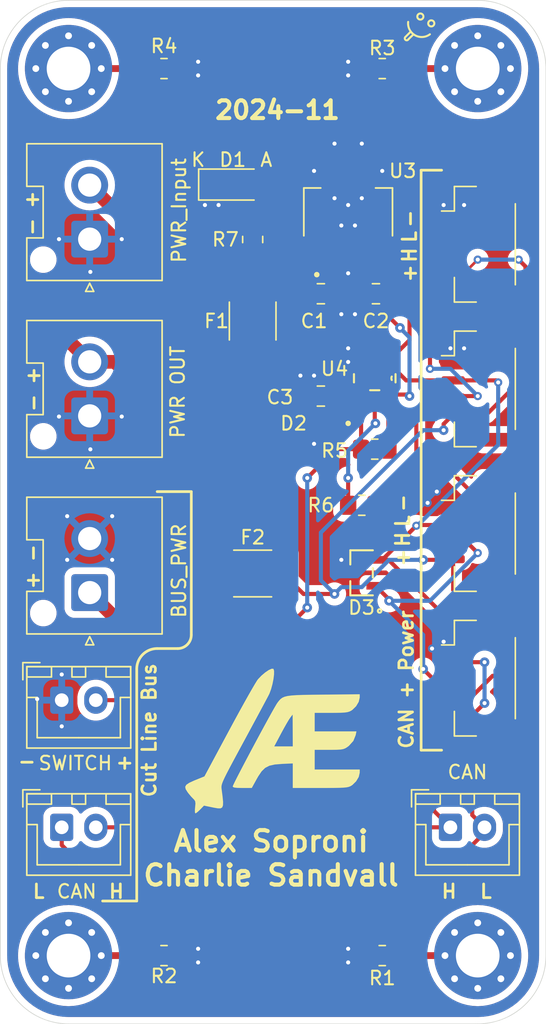
<source format=kicad_pcb>
(kicad_pcb (version 20240108) (generator "pcbnew") (generator_version "8.0")
  (layers (0 "F.Cu" signal) (31 "B.Cu" power) (34 "B.Paste" user) (35 "F.Paste" user) (36 "B.SilkS" user "B.Silkscreen") (37 "F.SilkS" user "F.Silkscreen") (38 "B.Mask" user) (39 "F.Mask" user) (44 "Edge.Cuts" user))
  (net 0 "")
  (net 1 "GND")
  (net 2 "SWITCH")
  (net 3 "V_REG")
  (net 4 "CAN_LOW")
  (net 5 "CAN_HIGH")
  (net 6 "DW_POWER")
  (net 7 "Net-(H3-Pad1)")
  (net 8 "Net-(H4-Pad1)")
  (net 9 "Net-(U4-NO)")
  (net 10 "Net-(H1-Pad1)")
  (net 11 "Net-(H2-Pad1)")
  (net 12 "Net-(D1-A)")
  (net 13 "Net-(J2-Pin_2)")
  (net 14 "Net-(J1-Pin_2)")
  (footprint "Connector_JST:JST_XH_B2B-XH-A_1x02_P2.50mm_Vertical" (layer "F.Cu") (at 104.5 107.6)
    (property "Reference" "J5" (hide yes))
    (property "Value" "CAN" (at 1.1 4.7 0) (layer "F.SilkS") (effects (font (thickness 0.153))))
    (pad "1" thru_hole roundrect (at 0 0) (size 1.7 2) (drill 1) (layers "*.Cu" "*.Mask") (roundrect_rratio 0.147059) (net 4 "CAN_LOW"))
    (pad "2" thru_hole oval (at 2.5 0) (size 1.7 2) (drill 1) (layers "*.Cu" "*.Mask") (net 5 "CAN_HIGH"))
  )
  (footprint "Resistor_SMD:R_0805_2012Metric_Pad1.20x1.40mm_HandSolder" (layer "F.Cu") (at 128 52 180)
    (property "Reference" "R3" (at 0 1.5 0) (layer "F.SilkS"))
    (property "Value" "1M" (hide yes))
    (pad "1" smd roundrect (at -1 0 180) (size 1.2 1.4) (layers "F.Cu" "F.Paste" "F.Mask") (roundrect_rratio 0.208333) (net 7 "Net-(H3-Pad1)"))
    (pad "2" smd roundrect (at 1 0 180) (size 1.2 1.4) (layers "F.Cu" "F.Paste" "F.Mask") (roundrect_rratio 0.208333) (net 1 "GND"))
  )
  (footprint "MountingHole:MountingHole_3.2mm_M3_Pad_Via" (layer "F.Cu") (at 105 52)
    (property "Reference" "H4" (hide yes))
    (property "Value" "MountingHole_Pad" (hide yes))
    (pad "1" thru_hole circle (at -2.4 0) (size 0.8 0.8) (drill 0.5) (layers "*.Cu" "*.Mask") (net 8 "Net-(H4-Pad1)"))
    (pad "1" thru_hole circle (at -1.697056 -1.697056) (size 0.8 0.8) (drill 0.5) (layers "*.Cu" "*.Mask") (net 8 "Net-(H4-Pad1)"))
    (pad "1" thru_hole circle (at -1.697056 1.697056) (size 0.8 0.8) (drill 0.5) (layers "*.Cu" "*.Mask") (net 8 "Net-(H4-Pad1)"))
    (pad "1" thru_hole circle (at 0 -2.4) (size 0.8 0.8) (drill 0.5) (layers "*.Cu" "*.Mask") (net 8 "Net-(H4-Pad1)"))
    (pad "1" thru_hole circle (at 0 0) (size 6.4 6.4) (drill 3.2) (layers "*.Cu" "*.Mask") (net 8 "Net-(H4-Pad1)"))
    (pad "1" thru_hole circle (at 0 2.4) (size 0.8 0.8) (drill 0.5) (layers "*.Cu" "*.Mask") (net 8 "Net-(H4-Pad1)"))
    (pad "1" thru_hole circle (at 1.697056 -1.697056) (size 0.8 0.8) (drill 0.5) (layers "*.Cu" "*.Mask") (net 8 "Net-(H4-Pad1)"))
    (pad "1" thru_hole circle (at 1.697056 1.697056) (size 0.8 0.8) (drill 0.5) (layers "*.Cu" "*.Mask") (net 8 "Net-(H4-Pad1)"))
    (pad "1" thru_hole circle (at 2.4 0) (size 0.8 0.8) (drill 0.5) (layers "*.Cu" "*.Mask") (net 8 "Net-(H4-Pad1)"))
  )
  (footprint "Connector_JST:JST_GH_BM04B-GHS-TBT_1x04-1MP_P1.25mm_Vertical" (layer "F.Cu") (at 135.147056 64.875 -90)
    (property "Reference" "J7" (hide yes))
    (property "Value" "CAN+PWR" (hide yes))
    (pad "1" smd roundrect (at -1.875 1.95 270) (size 0.6 1.7) (layers "F.Cu" "F.Paste" "F.Mask") (net 1 "GND"))
    (pad "2" smd roundrect (at -0.625 1.95 270) (size 0.6 1.7) (layers "F.Cu" "F.Paste" "F.Mask") (net 4 "CAN_LOW"))
    (pad "3" smd roundrect (at 0.625 1.95 270) (size 0.6 1.7) (layers "F.Cu" "F.Paste" "F.Mask") (net 5 "CAN_HIGH"))
    (pad "4" smd roundrect (at 1.875 1.95 270) (size 0.6 1.7) (layers "F.Cu" "F.Paste" "F.Mask") (net 6 "DW_POWER"))
    (pad "MP" smd roundrect (at -3.725 -1.4 270) (size 1 2.8) (layers "F.Cu" "F.Paste" "F.Mask"))
    (pad "MP" smd roundrect (at 3.725 -1.4 270) (size 1 2.8) (layers "F.Cu" "F.Paste" "F.Mask"))
  )
  (footprint "Capacitor_SMD:C_0805_2012Metric_Pad1.18x1.45mm_HandSolder" (layer "F.Cu") (at 123.5 68.5 180)
    (property "Reference" "C1" (at 0.5 -2 0) (layer "F.SilkS"))
    (property "Value" "0.1uF" (hide yes))
    (pad "1" smd roundrect (at -1.0375 0 180) (size 1.175 1.45) (layers "F.Cu" "F.Paste" "F.Mask") (roundrect_rratio 0.212766) (net 1 "GND"))
    (pad "2" smd roundrect (at 1.0375 0 180) (size 1.175 1.45) (layers "F.Cu" "F.Paste" "F.Mask") (roundrect_rratio 0.212766) (net 13 "Net-(J2-Pin_2)"))
  )
  (footprint "MountingHole:MountingHole_3.2mm_M3_Pad_Via" (layer "F.Cu") (at 135 117)
    (property "Reference" "H1" (hide yes))
    (property "Value" "MountingHole_Pad" (hide yes))
    (pad "1" thru_hole circle (at -2.4 0) (size 0.8 0.8) (drill 0.5) (layers "*.Cu" "*.Mask") (net 10 "Net-(H1-Pad1)"))
    (pad "1" thru_hole circle (at -1.697056 -1.697056) (size 0.8 0.8) (drill 0.5) (layers "*.Cu" "*.Mask") (net 10 "Net-(H1-Pad1)"))
    (pad "1" thru_hole circle (at -1.697056 1.697056) (size 0.8 0.8) (drill 0.5) (layers "*.Cu" "*.Mask") (net 10 "Net-(H1-Pad1)"))
    (pad "1" thru_hole circle (at 0 -2.4) (size 0.8 0.8) (drill 0.5) (layers "*.Cu" "*.Mask") (net 10 "Net-(H1-Pad1)"))
    (pad "1" thru_hole circle (at 0 0) (size 6.4 6.4) (drill 3.2) (layers "*.Cu" "*.Mask") (net 10 "Net-(H1-Pad1)"))
    (pad "1" thru_hole circle (at 0 2.4) (size 0.8 0.8) (drill 0.5) (layers "*.Cu" "*.Mask") (net 10 "Net-(H1-Pad1)"))
    (pad "1" thru_hole circle (at 1.697056 -1.697056) (size 0.8 0.8) (drill 0.5) (layers "*.Cu" "*.Mask") (net 10 "Net-(H1-Pad1)"))
    (pad "1" thru_hole circle (at 1.697056 1.697056) (size 0.8 0.8) (drill 0.5) (layers "*.Cu" "*.Mask") (net 10 "Net-(H1-Pad1)"))
    (pad "1" thru_hole circle (at 2.4 0) (size 0.8 0.8) (drill 0.5) (layers "*.Cu" "*.Mask") (net 10 "Net-(H1-Pad1)"))
  )
  (footprint "Resistor_SMD:R_0805_2012Metric_Pad1.20x1.40mm_HandSolder" (layer "F.Cu") (at 112 52)
    (property "Reference" "R4" (at 0 -1.65 0) (layer "F.SilkS"))
    (property "Value" "1M" (hide yes))
    (pad "1" smd roundrect (at -1 0) (size 1.2 1.4) (layers "F.Cu" "F.Paste" "F.Mask") (roundrect_rratio 0.208333) (net 8 "Net-(H4-Pad1)"))
    (pad "2" smd roundrect (at 1 0) (size 1.2 1.4) (layers "F.Cu" "F.Paste" "F.Mask") (roundrect_rratio 0.208333) (net 1 "GND"))
  )
  (footprint "Connector_JST:JST_GH_BM04B-GHS-TBT_1x04-1MP_P1.25mm_Vertical" (layer "F.Cu") (at 135.147056 86.0725 -90)
    (property "Reference" "J9" (hide yes))
    (property "Value" "CAN+PWR" (hide yes))
    (pad "1" smd roundrect (at -1.875 1.95 270) (size 0.6 1.7) (layers "F.Cu" "F.Paste" "F.Mask") (net 1 "GND"))
    (pad "2" smd roundrect (at -0.625 1.95 270) (size 0.6 1.7) (layers "F.Cu" "F.Paste" "F.Mask") (net 4 "CAN_LOW"))
    (pad "3" smd roundrect (at 0.625 1.95 270) (size 0.6 1.7) (layers "F.Cu" "F.Paste" "F.Mask") (net 5 "CAN_HIGH"))
    (pad "4" smd roundrect (at 1.875 1.95 270) (size 0.6 1.7) (layers "F.Cu" "F.Paste" "F.Mask") (net 6 "DW_POWER"))
    (pad "MP" smd roundrect (at -3.725 -1.4 270) (size 1 2.8) (layers "F.Cu" "F.Paste" "F.Mask"))
    (pad "MP" smd roundrect (at 3.725 -1.4 270) (size 1 2.8) (layers "F.Cu" "F.Paste" "F.Mask"))
  )
  (footprint "Connector_JST:JST_VH_B2P-VH-FB-B_1x02_P3.96mm_Vertical" (layer "F.Cu") (at 106.55 90.4 90)
    (property "Reference" "J3" (hide yes))
    (property "Value" "BUS_PWR" (at 1.6 6.55 90) (layer "F.SilkS") (effects (font (thickness 0.153))))
    (pad "" np_thru_hole circle (at -1.5 -3.4 90) (size 1.45 1.45) (drill 1.45) (layers "*.Cu" "*.Mask"))
    (pad "1" thru_hole roundrect (at 0 0 90) (size 2.7 2.7) (drill 1.7) (layers "*.Cu" "*.Mask") (roundrect_rratio 0.092593) (net 6 "DW_POWER"))
    (pad "2" thru_hole circle (at 3.96 0 90) (size 2.7 2.7) (drill 1.7) (layers "*.Cu" "*.Mask") (net 1 "GND"))
  )
  (footprint "TS12A4514:DBV5" (layer "F.Cu") (at 127.450001 74.6938 -90)
    (property "Reference" "U4" (at -0.6938 2.950001 0) (layer "F.SilkS"))
    (property "Value" "TS12A4514DBVR" (hide yes))
    (pad "1" smd rect (at -1.1938 -0.950001 270) (size 1.4732 0.5588) (layers "F.Cu" "F.Paste" "F.Mask") (net 4 "CAN_LOW"))
    (pad "2" smd rect (at -1.1938 0 270) (size 1.4732 0.5588) (layers "F.Cu" "F.Paste" "F.Mask") (net 9 "Net-(U4-NO)"))
    (pad "3" smd rect (at -1.1938 0.950001 270) (size 1.4732 0.5588) (layers "F.Cu" "F.Paste" "F.Mask") (net 1 "GND"))
    (pad "4" smd rect (at 1.1938 0.950001 270) (size 1.4732 0.5588) (layers "F.Cu" "F.Paste" "F.Mask") (net 2 "SWITCH"))
    (pad "5" smd rect (at 1.1938 -0.950001 270) (size 1.4732 0.5588) (layers "F.Cu" "F.Paste" "F.Mask") (net 3 "V_REG"))
  )
  (footprint "Connector_JST:JST_GH_BM04B-GHS-TBT_1x04-1MP_P1.25mm_Vertical" (layer "F.Cu") (at 135.147056 96.67125 -90)
    (property "Reference" "J10" (hide yes))
    (property "Value" "CAN+PWR" (hide yes))
    (pad "1" smd roundrect (at -1.875 1.95 270) (size 0.6 1.7) (layers "F.Cu" "F.Paste" "F.Mask") (net 1 "GND"))
    (pad "2" smd roundrect (at -0.625 1.95 270) (size 0.6 1.7) (layers "F.Cu" "F.Paste" "F.Mask") (net 4 "CAN_LOW"))
    (pad "3" smd roundrect (at 0.625 1.95 270) (size 0.6 1.7) (layers "F.Cu" "F.Paste" "F.Mask") (net 5 "CAN_HIGH"))
    (pad "4" smd roundrect (at 1.875 1.95 270) (size 0.6 1.7) (layers "F.Cu" "F.Paste" "F.Mask") (net 6 "DW_POWER"))
    (pad "MP" smd roundrect (at -3.725 -1.4 270) (size 1 2.8) (layers "F.Cu" "F.Paste" "F.Mask"))
    (pad "MP" smd roundrect (at 3.725 -1.4 270) (size 1 2.8) (layers "F.Cu" "F.Paste" "F.Mask"))
  )
  (footprint "Resistor_SMD:R_0805_2012Metric_Pad1.20x1.40mm_HandSolder" (layer "F.Cu") (at 128 117 180)
    (property "Reference" "R1" (at 0 -1.65 0) (layer "F.SilkS"))
    (property "Value" "1M" (hide yes))
    (pad "1" smd roundrect (at -1 0 180) (size 1.2 1.4) (layers "F.Cu" "F.Paste" "F.Mask") (roundrect_rratio 0.208333) (net 10 "Net-(H1-Pad1)"))
    (pad "2" smd roundrect (at 1 0 180) (size 1.2 1.4) (layers "F.Cu" "F.Paste" "F.Mask") (roundrect_rratio 0.208333) (net 1 "GND"))
  )
  (footprint "Connector_JST:JST_GH_BM04B-GHS-TBT_1x04-1MP_P1.25mm_Vertical" (layer "F.Cu") (at 135.147056 75.47375 -90)
    (property "Reference" "J8" (hide yes))
    (property "Value" "CAN+PWR" (hide yes))
    (pad "1" smd roundrect (at -1.875 1.95 270) (size 0.6 1.7) (layers "F.Cu" "F.Paste" "F.Mask") (net 1 "GND"))
    (pad "2" smd roundrect (at -0.625 1.95 270) (size 0.6 1.7) (layers "F.Cu" "F.Paste" "F.Mask") (net 4 "CAN_LOW"))
    (pad "3" smd roundrect (at 0.625 1.95 270) (size 0.6 1.7) (layers "F.Cu" "F.Paste" "F.Mask") (net 5 "CAN_HIGH"))
    (pad "4" smd roundrect (at 1.875 1.95 270) (size 0.6 1.7) (layers "F.Cu" "F.Paste" "F.Mask") (net 6 "DW_POWER"))
    (pad "MP" smd roundrect (at -3.725 -1.4 270) (size 1 2.8) (layers "F.Cu" "F.Paste" "F.Mask"))
    (pad "MP" smd roundrect (at 3.725 -1.4 270) (size 1 2.8) (layers "F.Cu" "F.Paste" "F.Mask"))
  )
  (footprint "Connector_JST:JST_XH_B2B-XH-A_1x02_P2.50mm_Vertical" (layer "F.Cu") (at 104.5 98.2825)
    (property "Reference" "J4" (hide yes))
    (property "Value" "SWITCH" (at 1 4.6175 0) (layer "F.SilkS") (effects (font (thickness 0.153))))
    (pad "1" thru_hole roundrect (at 0 0) (size 1.7 2) (drill 1) (layers "*.Cu" "*.Mask") (roundrect_rratio 0.147059) (net 1 "GND"))
    (pad "2" thru_hole oval (at 2.5 0) (size 1.7 2) (drill 1) (layers "*.Cu" "*.Mask") (net 2 "SWITCH"))
  )
  (footprint "Capacitor_SMD:C_0805_2012Metric_Pad1.18x1.45mm_HandSolder" (layer "F.Cu") (at 127.5375 68.5)
    (property "Reference" "C2" (at 0 2 0) (layer "F.SilkS"))
    (property "Value" "10uF" (hide yes))
    (pad "1" smd roundrect (at -1.0375 0) (size 1.175 1.45) (layers "F.Cu" "F.Paste" "F.Mask") (roundrect_rratio 0.212766) (net 1 "GND"))
    (pad "2" smd roundrect (at 1.0375 0) (size 1.175 1.45) (layers "F.Cu" "F.Paste" "F.Mask") (roundrect_rratio 0.212766) (net 3 "V_REG"))
  )
  (footprint "Resistor_SMD:R_0805_2012Metric_Pad1.20x1.40mm_HandSolder" (layer "F.Cu") (at 126.5 84 180)
    (property "Reference" "R6" (at 3 0 0) (layer "F.SilkS"))
    (property "Value" "120R" (hide yes))
    (pad "1" smd roundrect (at -1 0 180) (size 1.2 1.4) (layers "F.Cu" "F.Paste" "F.Mask") (roundrect_rratio 0.208333) (net 5 "CAN_HIGH"))
    (pad "2" smd roundrect (at 1 0 180) (size 1.2 1.4) (layers "F.Cu" "F.Paste" "F.Mask") (roundrect_rratio 0.208333) (net 9 "Net-(U4-NO)"))
  )
  (footprint "MountingHole:MountingHole_3.2mm_M3_Pad_Via" (layer "F.Cu") (at 135 52)
    (property "Reference" "H3" (hide yes))
    (property "Value" "MountingHole_Pad" (hide yes))
    (pad "1" thru_hole circle (at -2.4 0) (size 0.8 0.8) (drill 0.5) (layers "*.Cu" "*.Mask") (net 7 "Net-(H3-Pad1)"))
    (pad "1" thru_hole circle (at -1.697056 -1.697056) (size 0.8 0.8) (drill 0.5) (layers "*.Cu" "*.Mask") (net 7 "Net-(H3-Pad1)"))
    (pad "1" thru_hole circle (at -1.697056 1.697056) (size 0.8 0.8) (drill 0.5) (layers "*.Cu" "*.Mask") (net 7 "Net-(H3-Pad1)"))
    (pad "1" thru_hole circle (at 0 -2.4) (size 0.8 0.8) (drill 0.5) (layers "*.Cu" "*.Mask") (net 7 "Net-(H3-Pad1)"))
    (pad "1" thru_hole circle (at 0 0) (size 6.4 6.4) (drill 3.2) (layers "*.Cu" "*.Mask") (net 7 "Net-(H3-Pad1)"))
    (pad "1" thru_hole circle (at 0 2.4) (size 0.8 0.8) (drill 0.5) (layers "*.Cu" "*.Mask") (net 7 "Net-(H3-Pad1)"))
    (pad "1" thru_hole circle (at 1.697056 -1.697056) (size 0.8 0.8) (drill 0.5) (layers "*.Cu" "*.Mask") (net 7 "Net-(H3-Pad1)"))
    (pad "1" thru_hole circle (at 1.697056 1.697056) (size 0.8 0.8) (drill 0.5) (layers "*.Cu" "*.Mask") (net 7 "Net-(H3-Pad1)"))
    (pad "1" thru_hole circle (at 2.4 0) (size 0.8 0.8) (drill 0.5) (layers "*.Cu" "*.Mask") (net 7 "Net-(H3-Pad1)"))
  )
  (footprint "Fuse:Fuse_1812_4532Metric_Pad1.30x3.40mm_HandSolder" (layer "F.Cu") (at 118.5 70.5 90)
    (property "Reference" "F1" (at 0 -2.65 180) (layer "F.SilkS"))
    (property "Value" "1.1A" (hide yes))
    (pad "1" smd roundrect (at -2.225 0 90) (size 1.3 3.4) (layers "F.Cu" "F.Paste" "F.Mask") (roundrect_rratio 0.192308) (net 14 "Net-(J1-Pin_2)"))
    (pad "2" smd roundrect (at 2.225 0 90) (size 1.3 3.4) (layers "F.Cu" "F.Paste" "F.Mask") (roundrect_rratio 0.192308) (net 13 "Net-(J2-Pin_2)"))
  )
  (footprint "Connector_JST:JST_XH_B2B-XH-A_1x02_P2.50mm_Vertical" (layer "F.Cu") (at 132.997056 107.6)
    (property "Reference" "J6" (hide yes))
    (property "Value" "CAN" (at 1.25 -4.047056 0) (layer "F.SilkS"))
    (pad "1" thru_hole roundrect (at 0 0) (size 1.7 2) (drill 1) (layers "*.Cu" "*.Mask") (roundrect_rratio 0.147059) (net 5 "CAN_HIGH"))
    (pad "2" thru_hole oval (at 2.5 0) (size 1.7 2) (drill 1) (layers "*.Cu" "*.Mask") (net 4 "CAN_LOW"))
  )
  (footprint "ESD2CAN36-Q1:SOT-23-3_DBZ_TEX" (layer "F.Cu") (at 126.484 88.950001 90)
    (property "Reference" "D3" (at -2.549999 0 0) (layer "F.SilkS"))
    (property "Value" "ESD2CAN36DBZRQ1" (hide yes))
    (pad "1" smd rect (at -0.950001 1.016 90) (size 0.5588 1.3208) (layers "F.Cu" "F.Paste" "F.Mask") (net 5 "CAN_HIGH"))
    (pad "2" smd rect (at 0.950001 1.016 90) (size 0.5588 1.3208) (layers "F.Cu" "F.Paste" "F.Mask") (net 4 "CAN_LOW"))
    (pad "3" smd rect (at 0 -1.016 90) (size 0.5588 1.3208) (layers "F.Cu" "F.Paste" "F.Mask") (net 1 "GND"))
  )
  (footprint "Connector_JST:JST_VH_B2P-VH-FB-B_1x02_P3.96mm_Vertical" (layer "F.Cu") (at 106.55 64.5 90)
    (property "Reference" "J1" (hide yes))
    (property "Value" "PWR_Input" (at 2.1 6.55 90) (layer "F.SilkS") (effects (font (thickness 0.153))))
    (pad "" np_thru_hole circle (at -1.5 -3.4 90) (size 1.45 1.45) (drill 1.45) (layers "*.Cu" "*.Mask"))
    (pad "1" thru_hole roundrect (at 0 0 90) (size 2.7 2.7) (drill 1.7) (layers "*.Cu" "*.Mask") (roundrect_rratio 0.092593) (net 1 "GND"))
    (pad "2" thru_hole circle (at 3.96 0 90) (size 2.7 2.7) (drill 1.7) (layers "*.Cu" "*.Mask") (net 14 "Net-(J1-Pin_2)"))
  )
  (footprint "Capacitor_SMD:C_0805_2012Metric_Pad1.18x1.45mm_HandSolder" (layer "F.Cu") (at 123.5 76)
    (property "Reference" "C3" (at -3 0.0824 0) (layer "F.SilkS"))
    (property "Value" "0.1uF" (hide yes))
    (pad "1" smd roundrect (at -1.0375 0) (size 1.175 1.45) (layers "F.Cu" "F.Paste" "F.Mask") (roundrect_rratio 0.212766) (net 1 "GND"))
    (pad "2" smd roundrect (at 1.0375 0) (size 1.175 1.45) (layers "F.Cu" "F.Paste" "F.Mask") (roundrect_rratio 0.212766) (net 2 "SWITCH"))
  )
  (footprint "LM2937IMP-8.0:SOT230P700X180-4N" (layer "F.Cu") (at 125.5 62.5 90)
    (property "Reference" "U3" (at 3 4 180) (layer "F.SilkS"))
    (property "Value" "LM2937IMP-8.0" (hide yes))
    (pad "1" smd rect (at -2.9 -2.3 90) (size 2.15 0.95) (layers "F.Cu" "F.Paste" "F.Mask") (net 13 "Net-(J2-Pin_2)"))
    (pad "2" smd rect (at -2.9 0 90) (size 2.15 0.95) (layers "F.Cu" "F.Paste" "F.Mask") (net 1 "GND"))
    (pad "3" smd rect (at -2.9 2.3 90) (size 2.15 0.95) (layers "F.Cu" "F.Paste" "F.Mask") (net 3 "V_REG"))
    (pad "4" smd rect (at 2.9 0 90) (size 2.15 3.25) (layers "F.Cu" "F.Paste" "F.Mask") (net 1 "GND"))
  )
  (footprint "MountingHole:MountingHole_3.2mm_M3_Pad_Via" (layer "F.Cu") (at 105 117)
    (property "Reference" "H2" (hide yes))
    (property "Value" "MountingHole_Pad" (hide yes))
    (pad "1" thru_hole circle (at -2.4 0) (size 0.8 0.8) (drill 0.5) (layers "*.Cu" "*.Mask") (net 11 "Net-(H2-Pad1)"))
    (pad "1" thru_hole circle (at -1.697056 -1.697056) (size 0.8 0.8) (drill 0.5) (layers "*.Cu" "*.Mask") (net 11 "Net-(H2-Pad1)"))
    (pad "1" thru_hole circle (at -1.697056 1.697056) (size 0.8 0.8) (drill 0.5) (layers "*.Cu" "*.Mask") (net 11 "Net-(H2-Pad1)"))
    (pad "1" thru_hole circle (at 0 -2.4) (size 0.8 0.8) (drill 0.5) (layers "*.Cu" "*.Mask") (net 11 "Net-(H2-Pad1)"))
    (pad "1" thru_hole circle (at 0 0) (size 6.4 6.4) (drill 3.2) (layers "*.Cu" "*.Mask") (net 11 "Net-(H2-Pad1)"))
    (pad "1" thru_hole circle (at 0 2.4) (size 0.8 0.8) (drill 0.5) (layers "*.Cu" "*.Mask") (net 11 "Net-(H2-Pad1)"))
    (pad "1" thru_hole circle (at 1.697056 -1.697056) (size 0.8 0.8) (drill 0.5) (layers "*.Cu" "*.Mask") (net 11 "Net-(H2-Pad1)"))
    (pad "1" thru_hole circle (at 1.697056 1.697056) (size 0.8 0.8) (drill 0.5) (layers "*.Cu" "*.Mask") (net 11 "Net-(H2-Pad1)"))
    (pad "1" thru_hole circle (at 2.4 0) (size 0.8 0.8) (drill 0.5) (layers "*.Cu" "*.Mask") (net 11 "Net-(H2-Pad1)"))
  )
  (footprint "Connector_JST:JST_VH_B2P-VH-FB-B_1x02_P3.96mm_Vertical" (layer "F.Cu") (at 106.55 77.45 90)
    (property "Reference" "J2" (hide yes))
    (property "Value" "PWR OUT" (at 1.75 6.45 90) (layer "F.SilkS") (effects (font (thickness 0.153))))
    (pad "" np_thru_hole circle (at -1.5 -3.4 90) (size 1.45 1.45) (drill 1.45) (layers "*.Cu" "*.Mask"))
    (pad "1" thru_hole roundrect (at 0 0 90) (size 2.7 2.7) (drill 1.7) (layers "*.Cu" "*.Mask") (roundrect_rratio 0.092593) (net 1 "GND"))
    (pad "2" thru_hole circle (at 3.96 0 90) (size 2.7 2.7) (drill 1.7) (layers "*.Cu" "*.Mask") (net 13 "Net-(J2-Pin_2)"))
  )
  (footprint "Resistor_SMD:R_0805_2012Metric_Pad1.20x1.40mm_HandSolder" (layer "F.Cu") (at 112 117)
    (property "Reference" "R2" (at 0 1.5 0) (layer "F.SilkS"))
    (property "Value" "1M" (hide yes))
    (pad "1" smd roundrect (at -1 0) (size 1.2 1.4) (layers "F.Cu" "F.Paste" "F.Mask") (roundrect_rratio 0.208333) (net 11 "Net-(H2-Pad1)"))
    (pad "2" smd roundrect (at 1 0) (size 1.2 1.4) (layers "F.Cu" "F.Paste" "F.Mask") (roundrect_rratio 0.208333) (net 1 "GND"))
  )
  (footprint "AESIR LOGO:AESIR LOGO" (layer "F.Cu") (at 120 101.5)
    (property "Reference" "G***" (hide yes))
    (property "Value" "LOGO" (hide yes))
  )
  (footprint "Resistor_SMD:R_0805_2012Metric_Pad1.20x1.40mm_HandSolder" (layer "F.Cu") (at 127.450001 79.8876 180)
    (property "Reference" "R5" (at 2.950001 -0.1124 180) (layer "F.SilkS"))
    (property "Value" "10kR" (hide yes))
    (pad "1" smd roundrect (at -1 0 180) (size 1.2 1.4) (layers "F.Cu" "F.Paste" "F.Mask") (roundrect_rratio 0.208333) (net 3 "V_REG"))
    (pad "2" smd roundrect (at 1 0 180) (size 1.2 1.4) (layers "F.Cu" "F.Paste" "F.Mask") (roundrect_rratio 0.208333) (net 2 "SWITCH"))
  )
  (footprint "UCLAMP1071P.TNT:DIO_UCLAMP1071P.TNT" (layer "F.Cu") (at 124 78 180)
    (property "Reference" "D2" (at 2.5 0 180) (layer "F.SilkS"))
    (property "Value" "UCLAMP1071P.TNT" (hide yes))
    (pad "A" smd rect (at 0.6125 0 180) (size 0.625 1) (layers "F.Cu" "F.Mask") (net 1 "GND"))
    (pad "K" smd rect (at -0.6125 0 180) (size 0.625 1) (layers "F.Cu" "F.Mask") (net 2 "SWITCH"))
  )
  (footprint "Resistor_SMD:R_0805_2012Metric_Pad1.20x1.40mm_HandSolder" (layer "F.Cu") (at 118.5 64.525 90)
    (property "Reference" "R7" (at 0 -2 180) (layer "F.SilkS"))
    (property "Value" "402R" (hide yes))
    (pad "1" smd roundrect (at -1 0 90) (size 1.2 1.4) (layers "F.Cu" "F.Paste" "F.Mask") (roundrect_rratio 0.208333) (net 13 "Net-(J2-Pin_2)"))
    (pad "2" smd roundrect (at 1 0 90) (size 1.2 1.4) (layers "F.Cu" "F.Paste" "F.Mask") (roundrect_rratio 0.208333) (net 12 "Net-(D1-A)"))
  )
  (footprint "LED_SMD:LED_1206_3216Metric_Pad1.42x1.75mm_HandSolder" (layer "F.Cu") (at 117 60.5)
    (property "Reference" "D1" (at 0.035714 -1.82 0) (layer "F.SilkS"))
    (property "Value" "LED" (hide yes))
    (pad "1" smd roundrect (at -1.4875 0) (size 1.425 1.75) (layers "F.Cu" "F.Paste" "F.Mask") (roundrect_rratio 0.175439) (net 1 "GND"))
    (pad "2" smd roundrect (at 1.4875 0) (size 1.425 1.75) (layers "F.Cu" "F.Paste" "F.Mask") (roundrect_rratio 0.175439) (net 12 "Net-(D1-A)"))
  )
  (footprint "Fuse:Fuse_1812_4532Metric_Pad1.30x3.40mm_HandSolder" (layer "F.Cu") (at 118.5 89)
    (property "Reference" "F2" (at 0 -2.65 0) (layer "F.SilkS"))
    (property "Value" "1.1A" (hide yes))
    (pad "1" smd roundrect (at -2.225 0) (size 1.3 3.4) (layers "F.Cu" "F.Paste" "F.Mask") (roundrect_rratio 0.192308) (net 13 "Net-(J2-Pin_2)"))
    (pad "2" smd roundrect (at 2.225 0) (size 1.3 3.4) (layers "F.Cu" "F.Paste" "F.Mask") (roundrect_rratio 0.192308) (net 6 "DW_POWER"))
  )
  (gr_line (start 114 83) (end 111.5 83) (stroke (width 0.2)) (layer "F.SilkS"))
  (gr_line (start 110 113) (end 110 96) (stroke (width 0.2)) (layer "F.SilkS"))
  (gr_line (start 129.919888 49.851007) (end 130.293397 49.487762) (stroke (width 0.15)) (layer "F.SilkS"))
  (gr_line (start 130.85 101.94625) (end 130.85 59.44625) (stroke (width 0.2)) (layer "F.SilkS"))
  (gr_line (start 114 93.5) (end 114 83) (stroke (width 0.2)) (layer "F.SilkS"))
  (gr_arc (start 114 93.5) (mid 113.707107 94.207107) (end 113 94.5) (stroke (width 0.2)) (layer "F.SilkS"))
  (gr_arc (start 129.919888 49.851007) (mid 129.710705 49.902489) (end 129.693397 49.687762) (stroke (width 0.15)) (layer "F.SilkS"))
  (gr_arc (start 131.793396 48.587762) (mid 131.4 48.8) (end 131.779448 48.563728) (stroke (width 0.15)) (layer "F.SilkS"))
  (gr_line (start 130.85 59.44625) (end 132.35 59.44625) (stroke (width 0.2)) (layer "F.SilkS"))
  (gr_arc (start 131.493397 49.487762) (mid 130.399109 49.55706) (end 129.899088 48.581229) (stroke (width 0.15)) (layer "F.SilkS"))
  (gr_arc (start 130.993395 48.08776) (mid 130.599999 48.299998) (end 130.979447 48.063726) (stroke (width 0.15)) (layer "F.SilkS"))
  (gr_line (start 132.35 101.94625) (end 130.85 101.94625) (stroke (width 0.2)) (layer "F.SilkS"))
  (gr_arc (start 110 96) (mid 110.43934 94.93934) (end 111.5 94.5) (stroke (width 0.2)) (layer "F.SilkS"))
  (gr_line (start 107.5 113) (end 110 113) (stroke (width 0.2)) (layer "F.SilkS"))
  (gr_line (start 111.5 94.5) (end 113 94.5) (stroke (width 0.2)) (layer "F.SilkS"))
  (gr_line (start 129.693397 49.687762) (end 130.093397 49.287762) (stroke (width 0.15)) (layer "F.SilkS"))
  (gr_line (start 140 117) (end 140 52) (stroke (width 0.05)) (layer "Edge.Cuts"))
  (gr_line (start 135 122) (end 105 122) (stroke (width 0.05)) (layer "Edge.Cuts"))
  (gr_line (start 135 47) (end 105 47) (stroke (width 0.05)) (layer "Edge.Cuts"))
  (gr_arc (start 100 52) (mid 101.464466 48.464466) (end 105 47) (stroke (width 0.05)) (layer "Edge.Cuts"))
  (gr_arc (start 135 47) (mid 138.535534 48.464466) (end 140 52) (stroke (width 0.05)) (layer "Edge.Cuts"))
  (gr_arc (start 105 122) (mid 101.464466 120.535534) (end 100 117) (stroke (width 0.05)) (layer "Edge.Cuts"))
  (gr_arc (start 140 117) (mid 138.535534 120.535534) (end 135 122) (stroke (width 0.05)) (layer "Edge.Cuts"))
  (gr_line (start 100 117) (end 100 52) (stroke (width 0.05)) (layer "Edge.Cuts"))
  (gr_text "-" (at 102.3 63.6 90) (layer "F.SilkS") (effects (font (size 1 1) (thickness 0.2) (bold yes))))
  (gr_text "+\n" (at 102.5 89.5 -90) (layer "F.SilkS") (effects (font (size 1 1) (thickness 0.2) (bold yes))))
  (gr_text "+\n" (at 102.4 74.5 90) (layer "F.SilkS") (effects (font (size 1 1) (thickness 0.2) (bold yes))))
  (gr_text "+\n" (at 130 66.999999 90) (layer "F.SilkS") (effects (font (size 1 1) (thickness 0.2) (bold yes))))
  (gr_text "Cut Line Bus\n" (at 111.5 105.5 90) (layer "F.SilkS") (effects (font (size 1 1) (thickness 0.2) (bold yes)) (justify left bottom)))
  (gr_text "A" (at 119.5 58.68 0) (layer "F.SilkS") (effects (font (size 1 1))))
  (gr_text "H" (at 130 65.666666 90) (layer "F.SilkS") (effects (font (size 1 1) (thickness 0.2) (bold yes))))
  (gr_text "H" (at 108.509524 112.2 180) (layer "F.SilkS") (effects (font (size 1 1) (thickness 0.2) (bold yes))))
  (gr_text "-" (at 102.5 87.5 -90) (layer "F.SilkS") (effects (font (size 1 1) (thickness 0.2) (bold yes))))
  (gr_text "L\n" (at 135.6 112.3 0) (layer "F.SilkS") (effects (font (size 1 1) (thickness 0.2) (bold yes))))
  (gr_text "L\n" (at 129.5 85.166666 90) (layer "F.SilkS") (effects (font (size 1 1) (thickness 0.2) (bold yes))))
  (gr_text "-" (at 102.4 76.5 90) (layer "F.SilkS") (effects (font (size 1 1) (thickness 0.2) (bold yes))))
  (gr_text "-" (at 101.950001 102.9 180) (layer "F.SilkS") (effects (font (size 1 1) (thickness 0.2) (bold yes))))
  (gr_text "Charlie Sandvall" (at 110.329439 112 0) (layer "F.SilkS") (effects (font (size 1.5 1.5) (thickness 0.3) (bold yes)) (justify left bottom)))
  (gr_text "CAN + Power" (at 130.35 101.94625 90) (layer "F.SilkS") (effects (font (size 1 1) (thickness 0.2) (bold yes)) (justify left bottom)))
  (gr_text "2024-11" (at 115.6 55.8 0) (layer "F.SilkS") (effects (font (size 1.3 1.3) (thickness 0.3) (bold yes)) (justify left bottom)))
  (gr_text "H" (at 132.9 112.2 180) (layer "F.SilkS") (effects (font (size 1 1) (thickness 0.2) (bold yes))))
  (gr_text "L\n" (at 130 64.333332 90) (layer "F.SilkS") (effects (font (size 1 1) (thickness 0.2) (bold yes))))
  (gr_text "+\n" (at 102.3 61.6 90) (layer "F.SilkS") (effects (font (size 1 1) (thickness 0.2) (bold yes))))
  (gr_text "K\n" (at 114.5 58.68 0) (layer "F.SilkS") (effects (font (size 1 1))))
  (gr_text "L\n" (at 102.809524 112.3 0) (layer "F.SilkS") (effects (font (size 1 1) (thickness 0.2) (bold yes))))
  (gr_text "+\n" (at 109.05 102.900001 90) (layer "F.SilkS") (effects (font (size 1 1) (thickness 0.2) (bold yes))))
  (gr_text "-" (at 129.5 83.833334 90) (layer "F.SilkS") (effects (font (size 1 1) (thickness 0.2) (bold yes))))
  (gr_text "Alex Soproni" (at 112.543725 109.5 0) (layer "F.SilkS") (effects (font (size 1.5 1.5) (thickness 0.3) (bold yes)) (justify left bottom)))
  (gr_text "H" (at 129.5 86.5 90) (layer "F.SilkS") (effects (font (size 1 1) (thickness 0.2) (bold yes))))
  (gr_text "+\n" (at 129.5 87.833333 90) (layer "F.SilkS") (effects (font (size 1 1) (thickness 0.2) (bold yes))))
  (gr_text "-" (at 130 63 90) (layer "F.SilkS") (effects (font (size 1 1) (thickness 0.2) (bold yes))))
  (via (at 114.5 52.5) (size 0.6) (drill 0.3) (layers "F.Cu" "B.Cu") (net 1))
  (via (at 125.5 62) (size 0.6) (drill 0.3) (layers "F.Cu" "B.Cu") (net 1))
  (via (at 125.5 117.5) (size 0.6) (drill 0.3) (layers "F.Cu" "B.Cu") (net 1))
  (via (at 108.2 88) (size 0.6) (drill 0.3) (layers "F.Cu" "B.Cu") (net 1))
  (via (at 124.5 61.5) (size 0.6) (drill 0.3) (layers "F.Cu" "B.Cu") (net 1))
  (via (at 128 59.5) (size 0.6) (drill 0.3) (layers "F.Cu" "B.Cu") (net 1))
  (via (at 124.5 57.5) (size 0.6) (drill 0.3) (layers "F.Cu" "B.Cu") (net 1))
  (via (at 123 74.5) (size 0.6) (drill 0.3) (layers "F.Cu" "B.Cu") (net 1))
  (via (at 125.5 52.5) (size 0.6) (drill 0.3) (layers "F.Cu" "B.Cu") (net 1))
  (via (at 134 72.5) (size 0.6) (drill 0.3) (layers "F.Cu" "B.Cu") (net 1))
  (via (at 125.5 72.5) (size 0.6) (drill 0.3) (layers "F.Cu" "B.Cu") (net 1))
  (via (at 126.5 57.5) (size 0.6) (drill 0.3) (layers "F.Cu" "B.Cu") (net 1))
  (via (at 132.5 62) (size 0.6) (drill 0.3) (layers "F.Cu" "B.Cu") (net 1))
  (via (at 114.5 117.5) (size 0.6) (drill 0.3) (layers "F.Cu" "B.Cu") (net 1))
  (via (at 108.9 77.5) (size 0.6) (drill 0.3) (layers "F.Cu" "B.Cu") (net 1))
  (via (at 102.7 98.2) (size 0.6) (drill 0.3) (layers "F.Cu" "B.Cu") (net 1))
  (via (at 104.3 64.5) (size 0.6) (drill 0.3) (layers "F.Cu" "B.Cu") (net 1))
  (via (at 132.5 94) (size 0.6) (drill 0.3) (layers "F.Cu" "B.Cu") (net 1))
  (via (at 114.5 116.5) (size 0.6) (drill 0.3) (layers "F.Cu" "B.Cu") (net 1))
  (via (at 126 70) (size 0.6) (drill 0.3) (layers "F.Cu" "B.Cu") (net 1))
  (via (at 104.5 100.2) (size 0.6) (drill 0.3) (layers "F.Cu" "B.Cu") (net 1))
  (via (at 104.9 88) (size 0.6) (drill 0.3) (layers "F.Cu" "B.Cu") (net 1))
  (via (at 106.6 79.9) (size 0.6) (drill 0.3) (layers "F.Cu" "B.Cu") (net 1))
  (via (at 134 62) (size 0.6) (drill 0.3) (layers "F.Cu" "B.Cu") (net 1))
  (via (at 115 62) (size 0.6) (drill 0.3) (layers "F.Cu" "B.Cu") (net 1))
  (via (at 114.5 51.5) (size 0.6) (drill 0.3) (layers "F.Cu" "B.Cu") (net 1))
  (via (at 104.3 77.5) (size 0.6) (drill 0.3) (layers "F.Cu" "B.Cu") (net 1))
  (via (at 123 59.5) (size 0.6) (drill 0.3) (layers "F.Cu" "B.Cu") (net 1))
  (via (at 125 63.5) (size 0.6) (drill 0.3) (layers "F.Cu" "B.Cu") (net 1))
  (via (at 125.5 67) (size 0.6) (drill 0.3) (layers "F.Cu" "B.Cu") (net 1))
  (via (at 125.5 73.5) (size 0.6) (drill 0.3) (layers "F.Cu" "B.Cu") (net 1))
  (via (at 104.9 84.8) (size 0.6) (drill 0.3) (layers "F.Cu" "B.Cu") (net 1))
  (via (at 116 62) (size 0.6) (drill 0.3) (layers "F.Cu" "B.Cu") (net 1))
  (via (at 132 83) (size 0.6) (drill 0.3) (layers "F.Cu" "B.Cu") (net 1))
  (via (at 106.6 66.9) (size 0.6) (drill 0.3) (layers "F.Cu" "B.Cu") (net 1))
  (via (at 133 72.5) (size 0.6) (drill 0.3) (layers "F.Cu" "B.Cu") (net 1))
  (via (at 126.5 61.5) (size 0.6) (drill 0.3) (layers "F.Cu" "B.Cu") (net 1))
  (via (at 122 74.5) (size 0.6) (drill 0.3) (layers "F.Cu" "B.Cu") (net 1))
  (via (at 125.5 51.5) (size 0.6) (drill 0.3) (layers "F.Cu" "B.Cu") (net 1))
  (via (at 123 79.5) (size 0.6) (drill 0.3) (layers "F.Cu" "B.Cu") (net 1))
  (via (at 125 88) (size 0.6) (drill 0.3) (layers "F.Cu" "B.Cu") (net 1))
  (via (at 131.325735 83.825735) (size 0.6) (drill 0.3) (layers "F.Cu" "B.Cu") (net 1))
  (via (at 125.5 116.5) (size 0.6) (drill 0.3) (layers "F.Cu" "B.Cu") (net 1))
  (via (at 108.9 64.5) (size 0.6) (drill 0.3) (layers "F.Cu" "B.Cu") (net 1))
  (via (at 126 63.5) (size 0.6) (drill 0.3) (layers "F.Cu" "B.Cu") (net 1))
  (via (at 104.5 96.4) (size 0.6) (drill 0.3) (layers "F.Cu" "B.Cu") (net 1))
  (via (at 125 70) (size 0.6) (drill 0.3) (layers "F.Cu" "B.Cu") (net 1))
  (via (at 108.2 84.8) (size 0.6) (drill 0.3) (layers "F.Cu" "B.Cu") (net 1))
  (via (at 131.65 94.5) (size 0.6) (drill 0.3) (layers "F.Cu" "B.Cu") (net 1))
  (segment (start 125.6124 75.8876) (end 126.5 75.8876) (width 0.3) (layer "F.Cu") (net 2))
  (segment (start 124.6125 78) (end 124.6125 76.075) (width 0.3) (layer "F.Cu") (net 2))
  (segment (start 124.5375 76) (end 125.5 76) (width 0.3) (layer "F.Cu") (net 2))
  (segment (start 115.7175 98.2825) (end 122.5 91.5) (width 0.3) (layer "F.Cu") (net 2))
  (segment (start 107 98.2825) (end 115.7175 98.2825) (width 0.3) (layer "F.Cu") (net 2))
  (segment (start 125.5 76) (end 125.6124 75.8876) (width 0.3) (layer "F.Cu") (net 2))
  (segment (start 124.6124 79.8876) (end 126.450001 79.8876) (width 0.3) (layer "F.Cu") (net 2))
  (segment (start 124.6125 76.075) (end 124.5375 76) (width 0.2) (layer "F.Cu") (net 2))
  (segment (start 126.450001 79.8876) (end 126.450001 75.937599) (width 0.3) (layer "F.Cu") (net 2))
  (segment (start 126.450001 75.937599) (end 126.5 75.8876) (width 0.3) (layer "F.Cu") (net 2))
  (segment (start 122.5 82) (end 124.6124 79.8876) (width 0.3) (layer "F.Cu") (net 2))
  (via (at 122.5 82) (size 0.7) (drill 0.3) (layers "F.Cu" "B.Cu") (net 2))
  (via (at 122.5 91.5) (size 0.7) (drill 0.3) (layers "F.Cu" "B.Cu") (net 2))
  (segment (start 122.5 91.5) (end 122.5 82) (width 0.3) (layer "B.Cu") (net 2))
  (segment (start 127.8 66.8) (end 127.8 65.4) (width 0.3) (layer "F.Cu") (net 3))
  (segment (start 128.575 70.275) (end 128.575 68.5) (width 0.3) (layer "F.Cu") (net 3))
  (segment (start 128.575 67.575) (end 127.8 66.8) (width 0.3) (layer "F.Cu") (net 3))
  (segment (start 128.575 68.5) (end 128.575 67.575) (width 0.3) (layer "F.Cu") (net 3))
  (segment (start 129.8876 75.8876) (end 130 76) (width 0.3) (layer "F.Cu") (net 3))
  (segment (start 128.450001 75.937599) (end 128.400002 75.8876) (width 0.3) (layer "F.Cu") (net 3))
  (segment (start 128.450001 79.8876) (end 128.450001 75.937599) (width 0.3) (layer "F.Cu") (net 3))
  (segment (start 129.3 71) (end 128.575 70.275) (width 0.3) (layer "F.Cu") (net 3))
  (segment (start 128.400002 75.8876) (end 129.8876 75.8876) (width 0.3) (layer "F.Cu") (net 3))
  (via (at 129.3 71) (size 0.7) (drill 0.3) (layers "F.Cu" "B.Cu") (net 3))
  (via (at 130 76) (size 0.7) (drill 0.3) (layers "F.Cu" "B.Cu") (net 3))
  (segment (start 129.3 71) (end 130 71.7) (width 0.3) (layer "B.Cu") (net 3))
  (segment (start 130 71.7) (end 130 76) (width 0.3) (layer "B.Cu") (net 3))
  (segment (start 104.5 107.6) (end 104.5 108.9) (width 0.3) (layer "F.Cu") (net 4))
  (segment (start 133.197056 96.04625) (end 134.047055 96.04625) (width 0.3) (layer "F.Cu") (net 4))
  (segment (start 136.34875 74.84875) (end 133.197056 74.84875) (width 0.3) (layer "F.Cu") (net 4))
  (segment (start 133.197056 64.25) (end 132.347057 64.25) (width 0.3) (layer "F.Cu") (net 4))
  (segment (start 134.5 94.0396) (end 128.4604 88) (width 0.3) (layer "F.Cu") (net 4))
  (segment (start 128 88) (end 130.5 85.5) (width 0.3) (layer "F.Cu") (net 4))
  (segment (start 132.347057 64.25) (end 130 66.597057) (width 0.3) (layer "F.Cu") (net 4))
  (segment (start 135.497056 107.6) (end 134.6 106.702944) (width 0.3) (layer "F.Cu") (net 4))
  (segment (start 134.047055 96.04625) (end 134.5 95.593305) (width 0.3) (layer "F.Cu") (net 4))
  (segment (start 128.4604 88) (end 127.5 88) (width 0.3) (layer "F.Cu") (net 4))
  (segment (start 130.5 85.5) (end 130.5525 85.4475) (width 0.2) (layer "F.Cu") (net 4))
  (segment (start 127.5 88) (end 128 88) (width 0.3) (layer "F.Cu") (net 4))
  (segment (start 135.5 95.5) (end 134.593305 95.5) (width 0.3) (layer "F.Cu") (net 4))
  (segment (start 130 66.597057) (end 130 71.900002) (width 0.3) (layer "F.Cu") (net 4))
  (segment (start 135.497056 108.002944) (end 135.497056 107.6) (width 0.3) (layer "F.Cu") (net 4))
  (segment (start 129.748752 74.84875) (end 128.400002 73.5) (width 0.3) (layer "F.Cu") (net 4))
  (segment (start 134.5 95.593305) (end 134.5 94.0396) (width 0.3) (layer "F.Cu") (net 4))
  (segment (start 133.197056 74.84875) (end 129.748752 74.84875) (width 0.3) (layer "F.Cu") (net 4))
  (segment (start 136.5 75) (end 136.34875 74.84875) (width 0.3) (layer "F.Cu") (net 4))
  (segment (start 130 71.900002) (end 128.400002 73.5) (width 0.3) (layer "F.Cu") (net 4))
  (segment (start 133.4 110.1) (end 135.497056 108.002944) (width 0.3) (layer "F.Cu") (net 4))
  (segment (start 105.7 110.1) (end 133.4 110.1) (width 0.3) (layer "F.Cu") (net 4))
  (segment (start 130.5525 85.4475) (end 133.197056 85.4475) (width 0.3) (layer "F.Cu") (net 4))
  (segment (start 134.6 99.4) (end 135.5 98.5) (width 0.3) (layer "F.Cu") (net 4))
  (segment (start 134.593305 95.5) (end 134.5 95.593305) (width 0.3) (layer "F.Cu") (net 4))
  (segment (start 134.6 106.702944) (end 134.6 99.4) (width 0.3) (layer "F.Cu") (net 4))
  (segment (start 104.5 108.9) (end 105.7 110.1) (width 0.3) (layer "F.Cu") (net 4))
  (via (at 135.5 98.5) (size 0.7) (drill 0.3) (layers "F.Cu" "B.Cu") (net 4))
  (via (at 135.5 95.5) (size 0.7) (drill 0.3) (layers "F.Cu" "B.Cu") (net 4))
  (via (at 136.5 75) (size 0.6) (drill 0.3) (layers "F.Cu" "B.Cu") (net 4))
  (via (at 130.5 85.5) (size 0.6) (drill 0.3) (layers "F.Cu" "B.Cu") (net 4))
  (segment (start 136.5 79.570709) (end 130.570709 85.5) (width 0.3) (layer "B.Cu") (net 4))
  (segment (start 135.5 98.5) (end 135.5 95.5) (width 0.3) (layer "B.Cu") (net 4))
  (segment (start 136.5 75) (end 136.5 79.570709) (width 0.3) (layer "B.Cu") (net 4))
  (segment (start 130.570709 85.5) (end 130.5 85.5) (width 0.3) (layer "B.Cu") (net 4))
  (segment (start 131.8 97.843307) (end 132.347057 97.29625) (width 0.3) (layer "F.Cu") (net 5))
  (segment (start 132.29625 97.29625) (end 131 96) (width 0.3) (layer "F.Cu") (net 5))
  (segment (start 133.295806 76) (end 133.197056 76.09875) (width 0.3) (layer "F.Cu") (net 5))
  (segment (start 127.5 84) (end 130.5 81) (width 0.3) (layer "F.Cu") (net 5))
  (segment (start 133.197056 65.5) (end 132.347057 65.5) (width 0.3) (layer "F.Cu") (net 5))
  (segment (start 134.047055 86.6975) (end 134.6 86.144555) (width 0.3) (layer "F.Cu") (net 5))
  (segment (start 133.197056 86.6975) (end 134.047055 86.6975) (width 0.3) (layer "F.Cu") (net 5))
  (segment (start 130.5 77.5) (end 131.90125 76.09875) (width 0.3) (layer "F.Cu") (net 5))
  (segment (start 134.6 86.144555) (end 134.6 83.1) (width 0.3) (layer "F.Cu") (net 5))
  (segment (start 107 107.6) (end 132.997056 107.6) (width 0.3) (layer "F.Cu") (net 5))
  (segment (start 131.8 106.402944) (end 131.8 97.843307) (width 0.3) (layer "F.Cu") (net 5))
  (segment (start 132.347057 65.5) (end 131.5 66.347057) (width 0.3) (layer "F.Cu") (net 5))
  (segment (start 128.5 91) (end 128.5 90.900002) (width 0.3) (layer "F.Cu") (net 5))
  (segment (start 134.1975 86.6975) (end 135 87.5) (width 0.3) (layer "F.Cu") (net 5))
  (segment (start 132.997056 107.6) (end 131.8 106.402944) (width 0.3) (layer "F.Cu") (net 5))
  (segment (start 128.5 90.900002) (end 127.5 89.900002) (width 0.3) (layer "F.Cu") (net 5))
  (segment (start 133.197056 97.29625) (end 132.29625 97.29625) (width 0.3) (layer "F.Cu") (net 5))
  (segment (start 132.5 81) (end 130.5 81) (width 0.3) (layer "F.Cu") (net 5))
  (segment (start 130.5 81) (end 130.5 77.5) (width 0.3) (layer "F.Cu") (net 5))
  (segment (start 131.5 66.347057) (end 131.5 74) (width 0.3) (layer "F.Cu") (net 5))
  (segment (start 132.347057 97.29625) (end 133.197056 97.29625) (width 0.3) (layer "F.Cu") (net 5))
  (segment (start 131.90125 76.09875) (end 133.197056 76.09875) (width 0.3) (layer "F.Cu") (net 5))
  (segment (start 135 76) (end 133.295806 76) (width 0.3) (layer "F.Cu") (net 5))
  (segment (start 133.197056 86.6975) (end 134.1975 86.6975) (width 0.3) (layer "F.Cu") (net 5))
  (segment (start 134.6 83.1) (end 132.5 81) (width 0.3) (layer "F.Cu") (net 5))
  (via (at 131.5 74) (size 0.6) (drill 0.3) (layers "F.Cu" "B.Cu") (net 5))
  (via (at 135 76) (size 0.6) (drill 0.3) (layers "F.Cu" "B.Cu") (net 5))
  (via (at 128.5 91) (size 0.7) (drill 0.3) (layers "F.Cu" "B.Cu") (net 5))
  (via (at 131 96) (size 0.7) (drill 0.3) (layers "F.Cu" "B.Cu") (net 5))
  (via (at 135 87.5) (size 0.6) (drill 0.3) (layers "F.Cu" "B.Cu") (net 5))
  (segment (start 131 93.5) (end 128.5 91) (width 0.3) (layer "B.Cu") (net 5))
  (segment (start 128.5 91) (end 131.5 91) (width 0.3) (layer "B.Cu") (net 5))
  (segment (start 131.5 91) (end 135 87.5) (width 0.3) (layer "B.Cu") (net 5))
  (segment (start 131 96) (end 131 93.5) (width 0.3) (layer "B.Cu") (net 5))
  (segment (start 131.5 74) (end 133 74) (width 0.3) (layer "B.Cu") (net 5))
  (segment (start 133 74) (end 135 76) (width 0.3) (layer "B.Cu") (net 5))
  (segment (start 124.5 90.5) (end 122.225 90.5) (width 0.3) (layer "F.Cu") (net 6))
  (segment (start 134.25 66.75) (end 133.197056 66.75) (width 0.2) (layer "F.Cu") (net 6))
  (segment (start 122.225 90.5) (end 120.725 89) (width 0.3) (layer "F.Cu") (net 6))
  (segment (start 138 66) (end 138.5 66.5) (width 0.3) (layer "F.Cu") (net 6))
  (segment (start 134.047055 98.54625) (end 136.093305 96.5) (width 0.3) (layer "F.Cu") (net 6))
  (segment (start 131 88) (end 133.144556 88) (width 0.3) (layer "F.Cu") (net 6))
  (segment (start 134.5 91.5) (end 133.197056 90.197056) (width 0.3) (layer "F.Cu") (net 6))
  (segment (start 138.5 74.5) (end 135.65125 77.34875) (width 0.3) (layer "F.Cu") (net 6))
  (segment (start 133.197056 98.54625) (end 134.047055 98.54625) (width 0.3) (layer "F.Cu") (net 6))
  (segment (start 135.65125 77.34875) (end 133.197056 77.34875) (width 0.3) (layer "F.Cu") (net 6))
  (segment (start 138.5 92.6) (end 137.4 91.5) (width 0.3) (layer "F.Cu") (net 6))
  (segment (start 135 66) (end 134.25 66.75) (width 0.2) (layer "F.Cu") (net 6))
  (segment (start 138.5 95.5) (end 138.5 92.6) (width 0.3) (layer "F.Cu") (net 6))
  (segment (start 115.590685 94.134315) (end 120.725 89) (width 1) (layer "F.Cu") (net 6))
  (segment (start 133.144556 88) (end 133.197056 87.9475) (width 0.3) (layer "F.Cu") (net 6))
  (segment (start 132.5 78.045806) (end 133.197056 77.34875) (width 0.3) (layer "F.Cu") (net 6))
  (segment (start 133.197056 90.197056) (end 133.197056 87.9475) (width 0.3) (layer "F.Cu") (net 6))
  (segment (start 136.093305 96.5) (end 137.5 96.5) (width 0.3) (layer "F.Cu") (net 6))
  (segment (start 106.55 90.4) (end 110.284315 94.134315) (width 1) (layer "F.Cu") (net 6))
  (segment (start 110.284315 94.134315) (end 115.590685 94.134315) (width 1) (layer "F.Cu") (net 6))
  (segment (start 132.5 78.5) (end 132.5 78.045806) (width 0.3) (layer "F.Cu") (net 6))
  (segment (start 137.5 96.5) (end 138.5 95.5) (width 0.3) (layer "F.Cu") (net 6))
  (segment (start 137.4 91.5) (end 134.5 91.5) (width 0.3) (layer "F.Cu") (net 6))
  (segment (start 138.5 66.5) (end 138.5 74.5) (width 0.3) (layer "F.Cu") (net 6))
  (via (at 138 66) (size 0.6) (drill 0.3) (layers "F.Cu" "B.Cu") (net 6))
  (via (at 124.5 90.5) (size 0.7) (drill 0.3) (layers "F.Cu" "B.Cu") (net 6))
  (via (at 132.5 78.5) (size 0.7) (drill 0.3) (layers "F.Cu" "B.Cu") (net 6))
  (via (at 131 88) (size 0.7) (drill 0.3) (layers "F.Cu" "B.Cu") (net 6))
  (via (at 135 66) (size 0.6) (drill 0.3) (layers "F.Cu" "B.Cu") (net 6))
  (segment (start 138 66) (end 135 66) (width 0.3) (layer "B.Cu") (net 6))
  (segment (start 125 90) (end 126.5 90) (width 0.3) (layer "B.Cu") (net 6))
  (segment (start 128.5 88) (end 131 88) (width 0.3) (layer "B.Cu") (net 6))
  (segment (start 123.5 89.5) (end 124.5 90.5) (width 0.3) (layer "B.Cu") (net 6))
  (segment (start 126.5 90) (end 128.5 88) (width 0.3) (layer "B.Cu") (net 6))
  (segment (start 132.5 78.5) (end 131 78.5) (width 0.3) (layer "B.Cu") (net 6))
  (segment (start 123.5 86) (end 123.5 89.5) (width 0.3) (layer "B.Cu") (net 6))
  (segment (start 124.5 90.5) (end 125 90) (width 0.3) (layer "B.Cu") (net 6))
  (segment (start 131 78.5) (end 123.5 86) (width 0.3) (layer "B.Cu") (net 6))
  (segment (start 129 52) (end 135 52) (width 0.5) (layer "F.Cu") (net 7))
  (segment (start 111 52) (end 105 52) (width 0.5) (layer "F.Cu") (net 8))
  (segment (start 125.5 84) (end 125.5 82) (width 0.3) (layer "F.Cu") (net 9))
  (segment (start 127.450001 77.950001) (end 127.450001 73.5) (width 0.3) (layer "F.Cu") (net 9))
  (segment (start 127.5 78) (end 127.450001 77.950001) (width 0.3) (layer "F.Cu") (net 9))
  (via (at 125.5 82) (size 0.7) (drill 0.3) (layers "F.Cu" "B.Cu") (net 9))
  (via (at 127.5 78) (size 0.7) (drill 0.3) (layers "F.Cu" "B.Cu") (net 9))
  (segment (start 127.5 78) (end 125.5 80) (width 0.3) (layer "B.Cu") (net 9))
  (segment (start 125.5 80) (end 125.5 82) (width 0.3) (layer "B.Cu") (net 9))
  (segment (start 135 117) (end 129 117) (width 0.5) (layer "F.Cu") (net 10))
  (segment (start 105 117) (end 105 117.5) (width 0.5) (layer "F.Cu") (net 11))
  (segment (start 105 117.5) (end 105.5 117) (width 0.5) (layer "F.Cu") (net 11))
  (segment (start 105.5 117) (end 111 117) (width 0.5) (layer "F.Cu") (net 11))
  (segment (start 118.5 60.0125) (end 118.4875 60) (width 0.3) (layer "F.Cu") (net 12))
  (segment (start 118.5 63.525) (end 118.5 60.0125) (width 0.3) (layer "F.Cu") (net 12))
  (segment (start 106.55 73.49) (end 101.675 68.615) (width 1) (layer "F.Cu") (net 13))
  (segment (start 106.55 73.49) (end 108.39 73.49) (width 1) (layer "F.Cu") (net 13))
  (segment (start 122.4625 67.5375) (end 123.2 66.8) (width 0.3) (layer "F.Cu") (net 13))
  (segment (start 101.675 68.615) (end 101.675 60.225) (width 1) (layer "F.Cu") (net 13))
  (segment (start 116.275 81.375) (end 116.275 89) (width 1) (layer "F.Cu") (net 13))
  (segment (start 122.4625 68.5) (end 122.4625 67.5375) (width 0.3) (layer "F.Cu") (net 13))
  (segment (start 101.675 60.225) (end 104.1 57.8) (width 1) (layer "F.Cu") (net 13))
  (segment (start 104.1 57.8) (end 108.025 57.8) (width 1) (layer "F.Cu") (net 13))
  (segment (start 108.39 73.49) (end 116.275 81.375) (width 1) (layer "F.Cu") (net 13))
  (segment (start 118.5 65.525) (end 118.5 68.275) (width 0.3) (layer "F.Cu") (net 13))
  (segment (start 108.025 57.8) (end 118.5 68.275) (width 1) (layer "F.Cu") (net 13))
  (segment (start 123.2 66.8) (end 123.2 65.4) (width 0.3) (layer "F.Cu") (net 13))
  (segment (start 122.4625 68.5) (end 118.725 68.5) (width 0.3) (layer "F.Cu") (net 13))
  (segment (start 118.725 68.5) (end 118.5 68.275) (width 0.3) (layer "F.Cu") (net 13))
  (segment (start 106.55 60.54) (end 118.5 72.49) (width 1) (layer "F.Cu") (net 14))
  (segment (start 118.5 72.49) (end 118.5 72.725) (width 1) (layer "F.Cu") (net 14))
  (zone (net 1) (net_name "GND") (layer "F.Cu") (priority 1) (connect_pads yes (clearance 0.5)) (min_thickness 0.25) (fill yes (thermal_gap 0.5) (thermal_bridge_width 0.5))
    (polygon (pts (xy 100 122) (xy 140 122) (xy 140 47) (xy 100 47)))
  )
  (zone (net 1) (net_name "GND") (layer "B.Cu") (connect_pads (clearance 0.5)) (min_thickness 0.25) (fill yes (thermal_gap 0.5) (thermal_bridge_width 0.5))
    (polygon (pts (xy 100 47) (xy 140 47) (xy 140 122) (xy 100 122)))
  )
)
</source>
